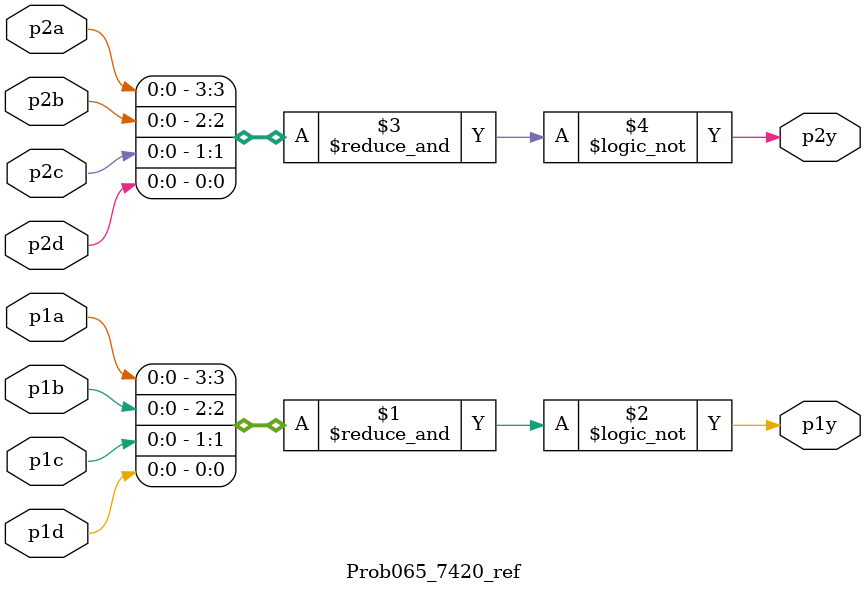
<source format=sv>

module Prob065_7420_ref (
  input p1a,
  input p1b,
  input p1c,
  input p1d,
  output p1y,
  input p2a,
  input p2b,
  input p2c,
  input p2d,
  output p2y
);

  assign p1y = ~&( {p1a, p1b, p1c, p1d} );
  assign p2y = ~&( {p2a, p2b, p2c, p2d} );

endmodule


</source>
